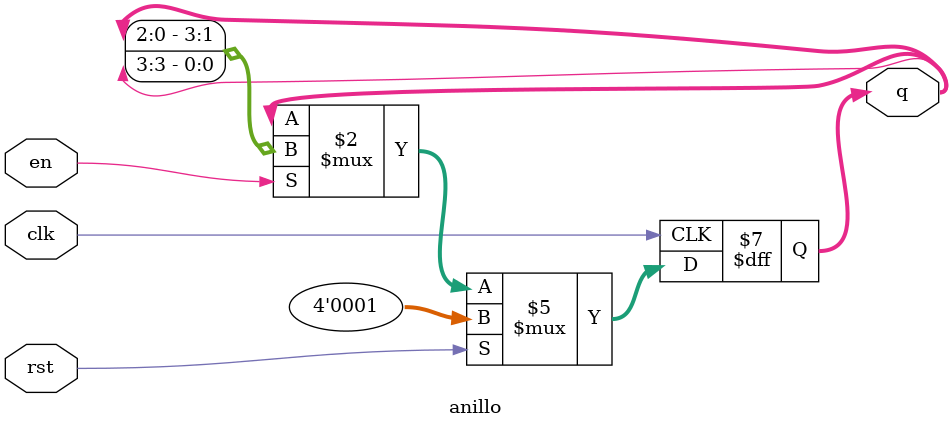
<source format=v>
module anillo #(parameter N = 4) (
    input clk,
    input rst,
    input en,
    output reg [3:0] q
);
    always @(posedge clk) begin
        if (rst) 
            q <= 1;
        else if (en) 
            q <= {q[N-2:0], q[N-1]};
    end
endmodule
</source>
